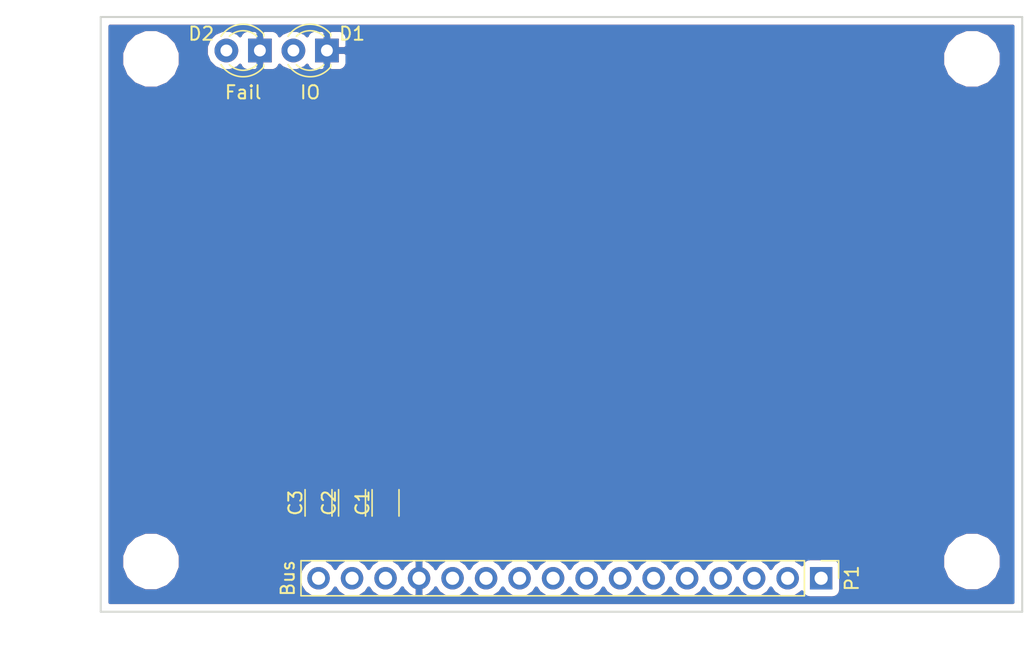
<source format=kicad_pcb>
(kicad_pcb (version 4) (host pcbnew 4.0.7)

  (general
    (links 8)
    (no_connects 3)
    (area 67.234999 33.579999 137.235001 78.815001)
    (thickness 1.6)
    (drawings 10)
    (tracks 0)
    (zones 0)
    (modules 10)
    (nets 5)
  )

  (page A4)
  (layers
    (0 F.Cu signal)
    (31 B.Cu signal)
    (32 B.Adhes user)
    (33 F.Adhes user)
    (34 B.Paste user)
    (35 F.Paste user)
    (36 B.SilkS user)
    (37 F.SilkS user)
    (38 B.Mask user)
    (39 F.Mask user)
    (40 Dwgs.User user)
    (41 Cmts.User user)
    (42 Eco1.User user)
    (43 Eco2.User user)
    (44 Edge.Cuts user)
    (45 Margin user)
    (46 B.CrtYd user)
    (47 F.CrtYd user)
    (48 B.Fab user)
    (49 F.Fab user)
  )

  (setup
    (last_trace_width 0.25)
    (user_trace_width 0.3)
    (user_trace_width 0.5)
    (user_trace_width 0.8)
    (user_trace_width 1)
    (trace_clearance 0.2)
    (zone_clearance 0.508)
    (zone_45_only no)
    (trace_min 0.2)
    (segment_width 0.2)
    (edge_width 0.15)
    (via_size 0.6)
    (via_drill 0.4)
    (via_min_size 0.4)
    (via_min_drill 0.3)
    (user_via 2 0.8)
    (uvia_size 0.3)
    (uvia_drill 0.1)
    (uvias_allowed no)
    (uvia_min_size 0.2)
    (uvia_min_drill 0.1)
    (pcb_text_width 0.3)
    (pcb_text_size 1.5 1.5)
    (mod_edge_width 0.15)
    (mod_text_size 1 1)
    (mod_text_width 0.15)
    (pad_size 1.524 1.524)
    (pad_drill 0.762)
    (pad_to_mask_clearance 0.2)
    (aux_axis_origin 0 0)
    (visible_elements 7FFFFFFF)
    (pcbplotparams
      (layerselection 0x00030_80000001)
      (usegerberextensions false)
      (excludeedgelayer true)
      (linewidth 0.100000)
      (plotframeref false)
      (viasonmask false)
      (mode 1)
      (useauxorigin false)
      (hpglpennumber 1)
      (hpglpenspeed 20)
      (hpglpendiameter 15)
      (hpglpenoverlay 2)
      (psnegative false)
      (psa4output false)
      (plotreference true)
      (plotvalue true)
      (plotinvisibletext false)
      (padsonsilk false)
      (subtractmaskfromsilk false)
      (outputformat 1)
      (mirror false)
      (drillshape 1)
      (scaleselection 1)
      (outputdirectory ""))
  )

  (net 0 "")
  (net 1 GND)
  (net 2 +5V)
  (net 3 +3V3)
  (net 4 +24V)

  (net_class Default "Это класс цепей по умолчанию."
    (clearance 0.2)
    (trace_width 0.25)
    (via_dia 0.6)
    (via_drill 0.4)
    (uvia_dia 0.3)
    (uvia_drill 0.1)
    (add_net +24V)
    (add_net +3V3)
    (add_net +5V)
    (add_net GND)
  )

  (module Mounting_Holes:MountingHole_3.2mm_M3 (layer F.Cu) (tedit 5AD20D28) (tstamp 5AD20E29)
    (at 133.35 36.83)
    (descr "Mounting Hole 3.2mm, no annular, M3")
    (tags "mounting hole 3.2mm no annular m3")
    (attr virtual)
    (fp_text reference "" (at 0 -4.2) (layer F.SilkS)
      (effects (font (size 1 1) (thickness 0.15)))
    )
    (fp_text value "" (at 0 4.2) (layer F.Fab)
      (effects (font (size 1 1) (thickness 0.15)))
    )
    (fp_text user %R (at 0.3 0) (layer F.Fab)
      (effects (font (size 1 1) (thickness 0.15)))
    )
    (fp_circle (center 0 0) (end 3.2 0) (layer Cmts.User) (width 0.15))
    (fp_circle (center 0 0) (end 3.45 0) (layer F.CrtYd) (width 0.05))
    (pad 1 np_thru_hole circle (at 0 0) (size 3.2 3.2) (drill 3.2) (layers *.Cu *.Mask))
  )

  (module Mounting_Holes:MountingHole_3.2mm_M3 (layer F.Cu) (tedit 5AD20D28) (tstamp 5AD20E21)
    (at 71.12 36.83)
    (descr "Mounting Hole 3.2mm, no annular, M3")
    (tags "mounting hole 3.2mm no annular m3")
    (attr virtual)
    (fp_text reference "" (at 0 -4.2) (layer F.SilkS)
      (effects (font (size 1 1) (thickness 0.15)))
    )
    (fp_text value "" (at 0 4.2) (layer F.Fab)
      (effects (font (size 1 1) (thickness 0.15)))
    )
    (fp_text user %R (at 0.3 0) (layer F.Fab)
      (effects (font (size 1 1) (thickness 0.15)))
    )
    (fp_circle (center 0 0) (end 3.2 0) (layer Cmts.User) (width 0.15))
    (fp_circle (center 0 0) (end 3.45 0) (layer F.CrtYd) (width 0.05))
    (pad 1 np_thru_hole circle (at 0 0) (size 3.2 3.2) (drill 3.2) (layers *.Cu *.Mask))
  )

  (module Mounting_Holes:MountingHole_3.2mm_M3 (layer F.Cu) (tedit 5AD20D28) (tstamp 5AD20E1A)
    (at 133.35 74.93)
    (descr "Mounting Hole 3.2mm, no annular, M3")
    (tags "mounting hole 3.2mm no annular m3")
    (attr virtual)
    (fp_text reference "" (at 0 -4.2) (layer F.SilkS)
      (effects (font (size 1 1) (thickness 0.15)))
    )
    (fp_text value "" (at 0 4.2) (layer F.Fab)
      (effects (font (size 1 1) (thickness 0.15)))
    )
    (fp_text user %R (at 0.3 0) (layer F.Fab)
      (effects (font (size 1 1) (thickness 0.15)))
    )
    (fp_circle (center 0 0) (end 3.2 0) (layer Cmts.User) (width 0.15))
    (fp_circle (center 0 0) (end 3.45 0) (layer F.CrtYd) (width 0.05))
    (pad 1 np_thru_hole circle (at 0 0) (size 3.2 3.2) (drill 3.2) (layers *.Cu *.Mask))
  )

  (module LEDs:LED_D3.0mm (layer F.Cu) (tedit 5AD1DC26) (tstamp 59F09691)
    (at 79.375 36.195 180)
    (descr "LED, diameter 3.0mm, 2 pins")
    (tags "LED diameter 3.0mm 2 pins")
    (path /58864A03)
    (fp_text reference D2 (at 4.445 1.27 180) (layer F.SilkS)
      (effects (font (size 1 1) (thickness 0.15)))
    )
    (fp_text value Fail (at 1.27 -3.175 180) (layer F.SilkS)
      (effects (font (size 1 1) (thickness 0.15)))
    )
    (fp_arc (start 1.27 0) (end -0.23 -1.16619) (angle 284.3) (layer F.Fab) (width 0.1))
    (fp_arc (start 1.27 0) (end -0.29 -1.235516) (angle 108.8) (layer F.SilkS) (width 0.12))
    (fp_arc (start 1.27 0) (end -0.29 1.235516) (angle -108.8) (layer F.SilkS) (width 0.12))
    (fp_arc (start 1.27 0) (end 0.229039 -1.08) (angle 87.9) (layer F.SilkS) (width 0.12))
    (fp_arc (start 1.27 0) (end 0.229039 1.08) (angle -87.9) (layer F.SilkS) (width 0.12))
    (fp_circle (center 1.27 0) (end 2.77 0) (layer F.Fab) (width 0.1))
    (fp_line (start -0.23 -1.16619) (end -0.23 1.16619) (layer F.Fab) (width 0.1))
    (fp_line (start -0.29 -1.236) (end -0.29 -1.08) (layer F.SilkS) (width 0.12))
    (fp_line (start -0.29 1.08) (end -0.29 1.236) (layer F.SilkS) (width 0.12))
    (fp_line (start -1.15 -2.25) (end -1.15 2.25) (layer F.CrtYd) (width 0.05))
    (fp_line (start -1.15 2.25) (end 3.7 2.25) (layer F.CrtYd) (width 0.05))
    (fp_line (start 3.7 2.25) (end 3.7 -2.25) (layer F.CrtYd) (width 0.05))
    (fp_line (start 3.7 -2.25) (end -1.15 -2.25) (layer F.CrtYd) (width 0.05))
    (pad 1 thru_hole rect (at 0 0 180) (size 1.8 1.8) (drill 0.9) (layers *.Cu *.Mask)
      (net 1 GND))
    (pad 2 thru_hole circle (at 2.54 0 180) (size 1.8 1.8) (drill 0.9) (layers *.Cu *.Mask))
    (model ${KISYS3DMOD}/LEDs.3dshapes/LED_D3.0mm.wrl
      (at (xyz 0 0 0))
      (scale (xyz 0.393701 0.393701 0.393701))
      (rotate (xyz 0 0 0))
    )
  )

  (module LEDs:LED_D3.0mm (layer F.Cu) (tedit 5AD1DC2D) (tstamp 59F0968B)
    (at 84.455 36.195 180)
    (descr "LED, diameter 3.0mm, 2 pins")
    (tags "LED diameter 3.0mm 2 pins")
    (path /58864A02)
    (fp_text reference D1 (at -1.905 1.27 180) (layer F.SilkS)
      (effects (font (size 1 1) (thickness 0.15)))
    )
    (fp_text value IO (at 1.27 -3.175 180) (layer F.SilkS)
      (effects (font (size 1 1) (thickness 0.15)))
    )
    (fp_arc (start 1.27 0) (end -0.23 -1.16619) (angle 284.3) (layer F.Fab) (width 0.1))
    (fp_arc (start 1.27 0) (end -0.29 -1.235516) (angle 108.8) (layer F.SilkS) (width 0.12))
    (fp_arc (start 1.27 0) (end -0.29 1.235516) (angle -108.8) (layer F.SilkS) (width 0.12))
    (fp_arc (start 1.27 0) (end 0.229039 -1.08) (angle 87.9) (layer F.SilkS) (width 0.12))
    (fp_arc (start 1.27 0) (end 0.229039 1.08) (angle -87.9) (layer F.SilkS) (width 0.12))
    (fp_circle (center 1.27 0) (end 2.77 0) (layer F.Fab) (width 0.1))
    (fp_line (start -0.23 -1.16619) (end -0.23 1.16619) (layer F.Fab) (width 0.1))
    (fp_line (start -0.29 -1.236) (end -0.29 -1.08) (layer F.SilkS) (width 0.12))
    (fp_line (start -0.29 1.08) (end -0.29 1.236) (layer F.SilkS) (width 0.12))
    (fp_line (start -1.15 -2.25) (end -1.15 2.25) (layer F.CrtYd) (width 0.05))
    (fp_line (start -1.15 2.25) (end 3.7 2.25) (layer F.CrtYd) (width 0.05))
    (fp_line (start 3.7 2.25) (end 3.7 -2.25) (layer F.CrtYd) (width 0.05))
    (fp_line (start 3.7 -2.25) (end -1.15 -2.25) (layer F.CrtYd) (width 0.05))
    (pad 1 thru_hole rect (at 0 0 180) (size 1.8 1.8) (drill 0.9) (layers *.Cu *.Mask)
      (net 1 GND))
    (pad 2 thru_hole circle (at 2.54 0 180) (size 1.8 1.8) (drill 0.9) (layers *.Cu *.Mask))
    (model ${KISYS3DMOD}/LEDs.3dshapes/LED_D3.0mm.wrl
      (at (xyz 0 0 0))
      (scale (xyz 0.393701 0.393701 0.393701))
      (rotate (xyz 0 0 0))
    )
  )

  (module Pin_Headers:Pin_Header_Straight_1x16_Pitch2.54mm (layer F.Cu) (tedit 5AD20D5C) (tstamp 59F096C5)
    (at 121.92 76.2 270)
    (descr "Through hole straight pin header, 1x16, 2.54mm pitch, single row")
    (tags "Through hole pin header THT 1x16 2.54mm single row")
    (path /59F0B44B)
    (fp_text reference P1 (at 0 -2.33 270) (layer F.SilkS)
      (effects (font (size 1 1) (thickness 0.15)))
    )
    (fp_text value Bus (at 0 40.43 270) (layer F.SilkS)
      (effects (font (size 1 1) (thickness 0.15)))
    )
    (fp_line (start -0.635 -1.27) (end 1.27 -1.27) (layer F.Fab) (width 0.1))
    (fp_line (start 1.27 -1.27) (end 1.27 39.37) (layer F.Fab) (width 0.1))
    (fp_line (start 1.27 39.37) (end -1.27 39.37) (layer F.Fab) (width 0.1))
    (fp_line (start -1.27 39.37) (end -1.27 -0.635) (layer F.Fab) (width 0.1))
    (fp_line (start -1.27 -0.635) (end -0.635 -1.27) (layer F.Fab) (width 0.1))
    (fp_line (start -1.33 39.43) (end 1.33 39.43) (layer F.SilkS) (width 0.12))
    (fp_line (start -1.33 1.27) (end -1.33 39.43) (layer F.SilkS) (width 0.12))
    (fp_line (start 1.33 1.27) (end 1.33 39.43) (layer F.SilkS) (width 0.12))
    (fp_line (start -1.33 1.27) (end 1.33 1.27) (layer F.SilkS) (width 0.12))
    (fp_line (start -1.33 0) (end -1.33 -1.33) (layer F.SilkS) (width 0.12))
    (fp_line (start -1.33 -1.33) (end 0 -1.33) (layer F.SilkS) (width 0.12))
    (fp_line (start -1.8 -1.8) (end -1.8 39.9) (layer F.CrtYd) (width 0.05))
    (fp_line (start -1.8 39.9) (end 1.8 39.9) (layer F.CrtYd) (width 0.05))
    (fp_line (start 1.8 39.9) (end 1.8 -1.8) (layer F.CrtYd) (width 0.05))
    (fp_line (start 1.8 -1.8) (end -1.8 -1.8) (layer F.CrtYd) (width 0.05))
    (fp_text user %R (at 0 19.05 360) (layer F.Fab)
      (effects (font (size 1 1) (thickness 0.15)))
    )
    (pad 1 thru_hole rect (at 0 0 270) (size 1.7 1.7) (drill 1) (layers *.Cu *.Mask))
    (pad 2 thru_hole oval (at 0 2.54 270) (size 1.7 1.7) (drill 1) (layers *.Cu *.Mask))
    (pad 3 thru_hole oval (at 0 5.08 270) (size 1.7 1.7) (drill 1) (layers *.Cu *.Mask))
    (pad 4 thru_hole oval (at 0 7.62 270) (size 1.7 1.7) (drill 1) (layers *.Cu *.Mask))
    (pad 5 thru_hole oval (at 0 10.16 270) (size 1.7 1.7) (drill 1) (layers *.Cu *.Mask))
    (pad 6 thru_hole oval (at 0 12.7 270) (size 1.7 1.7) (drill 1) (layers *.Cu *.Mask))
    (pad 7 thru_hole oval (at 0 15.24 270) (size 1.7 1.7) (drill 1) (layers *.Cu *.Mask))
    (pad 8 thru_hole oval (at 0 17.78 270) (size 1.7 1.7) (drill 1) (layers *.Cu *.Mask))
    (pad 9 thru_hole oval (at 0 20.32 270) (size 1.7 1.7) (drill 1) (layers *.Cu *.Mask))
    (pad 10 thru_hole oval (at 0 22.86 270) (size 1.7 1.7) (drill 1) (layers *.Cu *.Mask))
    (pad 11 thru_hole oval (at 0 25.4 270) (size 1.7 1.7) (drill 1) (layers *.Cu *.Mask))
    (pad 12 thru_hole oval (at 0 27.94 270) (size 1.7 1.7) (drill 1) (layers *.Cu *.Mask))
    (pad 13 thru_hole oval (at 0 30.48 270) (size 1.7 1.7) (drill 1) (layers *.Cu *.Mask)
      (net 1 GND))
    (pad 14 thru_hole oval (at 0 33.02 270) (size 1.7 1.7) (drill 1) (layers *.Cu *.Mask)
      (net 3 +3V3))
    (pad 15 thru_hole oval (at 0 35.56 270) (size 1.7 1.7) (drill 1) (layers *.Cu *.Mask)
      (net 2 +5V))
    (pad 16 thru_hole oval (at 0 38.1 270) (size 1.7 1.7) (drill 1) (layers *.Cu *.Mask)
      (net 4 +24V))
    (model ${KISYS3DMOD}/Pin_Headers.3dshapes/Pin_Header_Straight_1x16_Pitch2.54mm.wrl
      (at (xyz 0 0 0))
      (scale (xyz 1 1 1))
      (rotate (xyz 0 0 0))
    )
  )

  (module Capacitors_SMD:C_1206_HandSoldering (layer F.Cu) (tedit 58AA84D1) (tstamp 5AD20D86)
    (at 88.9 70.485 90)
    (descr "Capacitor SMD 1206, hand soldering")
    (tags "capacitor 1206")
    (path /5AD20F02)
    (attr smd)
    (fp_text reference C1 (at 0 -1.75 90) (layer F.SilkS)
      (effects (font (size 1 1) (thickness 0.15)))
    )
    (fp_text value 0,1 (at 0 2 90) (layer F.Fab)
      (effects (font (size 1 1) (thickness 0.15)))
    )
    (fp_text user %R (at 0 -1.75 90) (layer F.Fab)
      (effects (font (size 1 1) (thickness 0.15)))
    )
    (fp_line (start -1.6 0.8) (end -1.6 -0.8) (layer F.Fab) (width 0.1))
    (fp_line (start 1.6 0.8) (end -1.6 0.8) (layer F.Fab) (width 0.1))
    (fp_line (start 1.6 -0.8) (end 1.6 0.8) (layer F.Fab) (width 0.1))
    (fp_line (start -1.6 -0.8) (end 1.6 -0.8) (layer F.Fab) (width 0.1))
    (fp_line (start 1 -1.02) (end -1 -1.02) (layer F.SilkS) (width 0.12))
    (fp_line (start -1 1.02) (end 1 1.02) (layer F.SilkS) (width 0.12))
    (fp_line (start -3.25 -1.05) (end 3.25 -1.05) (layer F.CrtYd) (width 0.05))
    (fp_line (start -3.25 -1.05) (end -3.25 1.05) (layer F.CrtYd) (width 0.05))
    (fp_line (start 3.25 1.05) (end 3.25 -1.05) (layer F.CrtYd) (width 0.05))
    (fp_line (start 3.25 1.05) (end -3.25 1.05) (layer F.CrtYd) (width 0.05))
    (pad 1 smd rect (at -2 0 90) (size 2 1.6) (layers F.Cu F.Paste F.Mask)
      (net 3 +3V3))
    (pad 2 smd rect (at 2 0 90) (size 2 1.6) (layers F.Cu F.Paste F.Mask)
      (net 1 GND))
    (model Capacitors_SMD.3dshapes/C_1206.wrl
      (at (xyz 0 0 0))
      (scale (xyz 1 1 1))
      (rotate (xyz 0 0 0))
    )
  )

  (module Capacitors_SMD:C_1206_HandSoldering (layer F.Cu) (tedit 58AA84D1) (tstamp 5AD20D97)
    (at 86.36 70.485 90)
    (descr "Capacitor SMD 1206, hand soldering")
    (tags "capacitor 1206")
    (path /5AD20FD4)
    (attr smd)
    (fp_text reference C2 (at 0 -1.75 90) (layer F.SilkS)
      (effects (font (size 1 1) (thickness 0.15)))
    )
    (fp_text value 0,1 (at 0 2 90) (layer F.Fab)
      (effects (font (size 1 1) (thickness 0.15)))
    )
    (fp_text user %R (at 0 -1.75 90) (layer F.Fab)
      (effects (font (size 1 1) (thickness 0.15)))
    )
    (fp_line (start -1.6 0.8) (end -1.6 -0.8) (layer F.Fab) (width 0.1))
    (fp_line (start 1.6 0.8) (end -1.6 0.8) (layer F.Fab) (width 0.1))
    (fp_line (start 1.6 -0.8) (end 1.6 0.8) (layer F.Fab) (width 0.1))
    (fp_line (start -1.6 -0.8) (end 1.6 -0.8) (layer F.Fab) (width 0.1))
    (fp_line (start 1 -1.02) (end -1 -1.02) (layer F.SilkS) (width 0.12))
    (fp_line (start -1 1.02) (end 1 1.02) (layer F.SilkS) (width 0.12))
    (fp_line (start -3.25 -1.05) (end 3.25 -1.05) (layer F.CrtYd) (width 0.05))
    (fp_line (start -3.25 -1.05) (end -3.25 1.05) (layer F.CrtYd) (width 0.05))
    (fp_line (start 3.25 1.05) (end 3.25 -1.05) (layer F.CrtYd) (width 0.05))
    (fp_line (start 3.25 1.05) (end -3.25 1.05) (layer F.CrtYd) (width 0.05))
    (pad 1 smd rect (at -2 0 90) (size 2 1.6) (layers F.Cu F.Paste F.Mask)
      (net 2 +5V))
    (pad 2 smd rect (at 2 0 90) (size 2 1.6) (layers F.Cu F.Paste F.Mask)
      (net 1 GND))
    (model Capacitors_SMD.3dshapes/C_1206.wrl
      (at (xyz 0 0 0))
      (scale (xyz 1 1 1))
      (rotate (xyz 0 0 0))
    )
  )

  (module Capacitors_SMD:C_1206_HandSoldering (layer F.Cu) (tedit 58AA84D1) (tstamp 5AD20DA8)
    (at 83.82 70.485 90)
    (descr "Capacitor SMD 1206, hand soldering")
    (tags "capacitor 1206")
    (path /5AD20FFB)
    (attr smd)
    (fp_text reference C3 (at 0 -1.75 90) (layer F.SilkS)
      (effects (font (size 1 1) (thickness 0.15)))
    )
    (fp_text value 0,1 (at 0 2 90) (layer F.Fab)
      (effects (font (size 1 1) (thickness 0.15)))
    )
    (fp_text user %R (at 0 -1.75 90) (layer F.Fab)
      (effects (font (size 1 1) (thickness 0.15)))
    )
    (fp_line (start -1.6 0.8) (end -1.6 -0.8) (layer F.Fab) (width 0.1))
    (fp_line (start 1.6 0.8) (end -1.6 0.8) (layer F.Fab) (width 0.1))
    (fp_line (start 1.6 -0.8) (end 1.6 0.8) (layer F.Fab) (width 0.1))
    (fp_line (start -1.6 -0.8) (end 1.6 -0.8) (layer F.Fab) (width 0.1))
    (fp_line (start 1 -1.02) (end -1 -1.02) (layer F.SilkS) (width 0.12))
    (fp_line (start -1 1.02) (end 1 1.02) (layer F.SilkS) (width 0.12))
    (fp_line (start -3.25 -1.05) (end 3.25 -1.05) (layer F.CrtYd) (width 0.05))
    (fp_line (start -3.25 -1.05) (end -3.25 1.05) (layer F.CrtYd) (width 0.05))
    (fp_line (start 3.25 1.05) (end 3.25 -1.05) (layer F.CrtYd) (width 0.05))
    (fp_line (start 3.25 1.05) (end -3.25 1.05) (layer F.CrtYd) (width 0.05))
    (pad 1 smd rect (at -2 0 90) (size 2 1.6) (layers F.Cu F.Paste F.Mask)
      (net 4 +24V))
    (pad 2 smd rect (at 2 0 90) (size 2 1.6) (layers F.Cu F.Paste F.Mask)
      (net 1 GND))
    (model Capacitors_SMD.3dshapes/C_1206.wrl
      (at (xyz 0 0 0))
      (scale (xyz 1 1 1))
      (rotate (xyz 0 0 0))
    )
  )

  (module Mounting_Holes:MountingHole_3.2mm_M3 (layer F.Cu) (tedit 5AD20D28) (tstamp 5AD20DF3)
    (at 71.12 74.93)
    (descr "Mounting Hole 3.2mm, no annular, M3")
    (tags "mounting hole 3.2mm no annular m3")
    (attr virtual)
    (fp_text reference "" (at 0 -4.2) (layer F.SilkS)
      (effects (font (size 1 1) (thickness 0.15)))
    )
    (fp_text value "" (at 0 4.2) (layer F.Fab)
      (effects (font (size 1 1) (thickness 0.15)))
    )
    (fp_text user %R (at 0.3 0) (layer F.Fab)
      (effects (font (size 1 1) (thickness 0.15)))
    )
    (fp_circle (center 0 0) (end 3.2 0) (layer Cmts.User) (width 0.15))
    (fp_circle (center 0 0) (end 3.45 0) (layer F.CrtYd) (width 0.05))
    (pad 1 np_thru_hole circle (at 0 0) (size 3.2 3.2) (drill 3.2) (layers *.Cu *.Mask))
  )

  (gr_line (start 67.31 33.655) (end 67.31 78.74) (angle 90) (layer Edge.Cuts) (width 0.15))
  (gr_line (start 137.16 33.655) (end 67.31 33.655) (angle 90) (layer Edge.Cuts) (width 0.15))
  (gr_line (start 137.16 78.74) (end 137.16 33.655) (angle 90) (layer Edge.Cuts) (width 0.15))
  (gr_line (start 67.31 78.74) (end 137.16 78.74) (angle 90) (layer Edge.Cuts) (width 0.15))
  (dimension 69.85 (width 0.3) (layer F.Fab)
    (gr_text "69,850 мм" (at 102.235 79.295) (layer F.Fab)
      (effects (font (size 1.5 1.5) (thickness 0.3)))
    )
    (feature1 (pts (xy 137.16 81.28) (xy 137.16 77.945)))
    (feature2 (pts (xy 67.31 81.28) (xy 67.31 77.945)))
    (crossbar (pts (xy 67.31 80.645) (xy 137.16 80.645)))
    (arrow1a (pts (xy 137.16 80.645) (xy 136.033496 81.231421)))
    (arrow1b (pts (xy 137.16 80.645) (xy 136.033496 80.058579)))
    (arrow2a (pts (xy 67.31 80.645) (xy 68.436504 81.231421)))
    (arrow2b (pts (xy 67.31 80.645) (xy 68.436504 80.058579)))
  )
  (gr_line (start 67.31 33.655) (end 67.31 78.74) (angle 90) (layer Margin) (width 0.2))
  (gr_line (start 137.16 33.655) (end 65.405 33.655) (angle 90) (layer Margin) (width 0.2))
  (gr_line (start 137.16 78.74) (end 137.16 33.655) (angle 90) (layer Margin) (width 0.2))
  (gr_line (start 67.31 78.74) (end 137.16 78.74) (angle 90) (layer Margin) (width 0.2))
  (dimension 45.085 (width 0.3) (layer F.Fab)
    (gr_text "45,085 мм" (at 65.96 56.1975 270) (layer F.Fab)
      (effects (font (size 1.5 1.5) (thickness 0.3)))
    )
    (feature1 (pts (xy 69.215 78.74) (xy 64.61 78.74)))
    (feature2 (pts (xy 69.215 33.655) (xy 64.61 33.655)))
    (crossbar (pts (xy 67.31 33.655) (xy 67.31 78.74)))
    (arrow1a (pts (xy 67.31 78.74) (xy 66.723579 77.613496)))
    (arrow1b (pts (xy 67.31 78.74) (xy 67.896421 77.613496)))
    (arrow2a (pts (xy 67.31 33.655) (xy 66.723579 34.781504)))
    (arrow2b (pts (xy 67.31 33.655) (xy 67.896421 34.781504)))
  )

  (zone (net 1) (net_name GND) (layer B.Cu) (tstamp 59F0A2D1) (hatch edge 0.508)
    (connect_pads (clearance 0.508))
    (min_thickness 0.254)
    (fill yes (arc_segments 16) (thermal_gap 0.508) (thermal_bridge_width 0.508))
    (polygon
      (pts
        (xy 137.16 78.74) (xy 67.31 78.74) (xy 67.31 33.655) (xy 137.16 33.655)
      )
    )
    (filled_polygon
      (pts
        (xy 136.45 78.03) (xy 68.02 78.03) (xy 68.02 75.372619) (xy 68.884613 75.372619) (xy 69.224155 76.194372)
        (xy 69.852321 76.823636) (xy 70.673481 77.164611) (xy 71.562619 77.165387) (xy 72.384372 76.825845) (xy 73.013636 76.197679)
        (xy 73.024752 76.170907) (xy 82.335 76.170907) (xy 82.335 76.229093) (xy 82.448039 76.797378) (xy 82.769946 77.279147)
        (xy 83.251715 77.601054) (xy 83.82 77.714093) (xy 84.388285 77.601054) (xy 84.870054 77.279147) (xy 85.09 76.949974)
        (xy 85.309946 77.279147) (xy 85.791715 77.601054) (xy 86.36 77.714093) (xy 86.928285 77.601054) (xy 87.410054 77.279147)
        (xy 87.63 76.949974) (xy 87.849946 77.279147) (xy 88.331715 77.601054) (xy 88.9 77.714093) (xy 89.468285 77.601054)
        (xy 89.950054 77.279147) (xy 90.177702 76.938447) (xy 90.244817 77.081358) (xy 90.673076 77.471645) (xy 91.08311 77.641476)
        (xy 91.313 77.520155) (xy 91.313 76.327) (xy 91.293 76.327) (xy 91.293 76.073) (xy 91.313 76.073)
        (xy 91.313 74.879845) (xy 91.567 74.879845) (xy 91.567 76.073) (xy 91.587 76.073) (xy 91.587 76.327)
        (xy 91.567 76.327) (xy 91.567 77.520155) (xy 91.79689 77.641476) (xy 92.206924 77.471645) (xy 92.635183 77.081358)
        (xy 92.702298 76.938447) (xy 92.929946 77.279147) (xy 93.411715 77.601054) (xy 93.98 77.714093) (xy 94.548285 77.601054)
        (xy 95.030054 77.279147) (xy 95.25 76.949974) (xy 95.469946 77.279147) (xy 95.951715 77.601054) (xy 96.52 77.714093)
        (xy 97.088285 77.601054) (xy 97.570054 77.279147) (xy 97.79 76.949974) (xy 98.009946 77.279147) (xy 98.491715 77.601054)
        (xy 99.06 77.714093) (xy 99.628285 77.601054) (xy 100.110054 77.279147) (xy 100.33 76.949974) (xy 100.549946 77.279147)
        (xy 101.031715 77.601054) (xy 101.6 77.714093) (xy 102.168285 77.601054) (xy 102.650054 77.279147) (xy 102.87 76.949974)
        (xy 103.089946 77.279147) (xy 103.571715 77.601054) (xy 104.14 77.714093) (xy 104.708285 77.601054) (xy 105.190054 77.279147)
        (xy 105.41 76.949974) (xy 105.629946 77.279147) (xy 106.111715 77.601054) (xy 106.68 77.714093) (xy 107.248285 77.601054)
        (xy 107.730054 77.279147) (xy 107.95 76.949974) (xy 108.169946 77.279147) (xy 108.651715 77.601054) (xy 109.22 77.714093)
        (xy 109.788285 77.601054) (xy 110.270054 77.279147) (xy 110.49 76.949974) (xy 110.709946 77.279147) (xy 111.191715 77.601054)
        (xy 111.76 77.714093) (xy 112.328285 77.601054) (xy 112.810054 77.279147) (xy 113.03 76.949974) (xy 113.249946 77.279147)
        (xy 113.731715 77.601054) (xy 114.3 77.714093) (xy 114.868285 77.601054) (xy 115.350054 77.279147) (xy 115.57 76.949974)
        (xy 115.789946 77.279147) (xy 116.271715 77.601054) (xy 116.84 77.714093) (xy 117.408285 77.601054) (xy 117.890054 77.279147)
        (xy 118.11 76.949974) (xy 118.329946 77.279147) (xy 118.811715 77.601054) (xy 119.38 77.714093) (xy 119.948285 77.601054)
        (xy 120.430054 77.279147) (xy 120.45785 77.237548) (xy 120.466838 77.285317) (xy 120.60591 77.501441) (xy 120.81811 77.646431)
        (xy 121.07 77.69744) (xy 122.77 77.69744) (xy 123.005317 77.653162) (xy 123.221441 77.51409) (xy 123.366431 77.30189)
        (xy 123.41744 77.05) (xy 123.41744 75.372619) (xy 131.114613 75.372619) (xy 131.454155 76.194372) (xy 132.082321 76.823636)
        (xy 132.903481 77.164611) (xy 133.792619 77.165387) (xy 134.614372 76.825845) (xy 135.243636 76.197679) (xy 135.584611 75.376519)
        (xy 135.585387 74.487381) (xy 135.245845 73.665628) (xy 134.617679 73.036364) (xy 133.796519 72.695389) (xy 132.907381 72.694613)
        (xy 132.085628 73.034155) (xy 131.456364 73.662321) (xy 131.115389 74.483481) (xy 131.114613 75.372619) (xy 123.41744 75.372619)
        (xy 123.41744 75.35) (xy 123.373162 75.114683) (xy 123.23409 74.898559) (xy 123.02189 74.753569) (xy 122.77 74.70256)
        (xy 121.07 74.70256) (xy 120.834683 74.746838) (xy 120.618559 74.88591) (xy 120.473569 75.09811) (xy 120.459914 75.165541)
        (xy 120.430054 75.120853) (xy 119.948285 74.798946) (xy 119.38 74.685907) (xy 118.811715 74.798946) (xy 118.329946 75.120853)
        (xy 118.11 75.450026) (xy 117.890054 75.120853) (xy 117.408285 74.798946) (xy 116.84 74.685907) (xy 116.271715 74.798946)
        (xy 115.789946 75.120853) (xy 115.57 75.450026) (xy 115.350054 75.120853) (xy 114.868285 74.798946) (xy 114.3 74.685907)
        (xy 113.731715 74.798946) (xy 113.249946 75.120853) (xy 113.03 75.450026) (xy 112.810054 75.120853) (xy 112.328285 74.798946)
        (xy 111.76 74.685907) (xy 111.191715 74.798946) (xy 110.709946 75.120853) (xy 110.49 75.450026) (xy 110.270054 75.120853)
        (xy 109.788285 74.798946) (xy 109.22 74.685907) (xy 108.651715 74.798946) (xy 108.169946 75.120853) (xy 107.95 75.450026)
        (xy 107.730054 75.120853) (xy 107.248285 74.798946) (xy 106.68 74.685907) (xy 106.111715 74.798946) (xy 105.629946 75.120853)
        (xy 105.41 75.450026) (xy 105.190054 75.120853) (xy 104.708285 74.798946) (xy 104.14 74.685907) (xy 103.571715 74.798946)
        (xy 103.089946 75.120853) (xy 102.87 75.450026) (xy 102.650054 75.120853) (xy 102.168285 74.798946) (xy 101.6 74.685907)
        (xy 101.031715 74.798946) (xy 100.549946 75.120853) (xy 100.33 75.450026) (xy 100.110054 75.120853) (xy 99.628285 74.798946)
        (xy 99.06 74.685907) (xy 98.491715 74.798946) (xy 98.009946 75.120853) (xy 97.79 75.450026) (xy 97.570054 75.120853)
        (xy 97.088285 74.798946) (xy 96.52 74.685907) (xy 95.951715 74.798946) (xy 95.469946 75.120853) (xy 95.25 75.450026)
        (xy 95.030054 75.120853) (xy 94.548285 74.798946) (xy 93.98 74.685907) (xy 93.411715 74.798946) (xy 92.929946 75.120853)
        (xy 92.702298 75.461553) (xy 92.635183 75.318642) (xy 92.206924 74.928355) (xy 91.79689 74.758524) (xy 91.567 74.879845)
        (xy 91.313 74.879845) (xy 91.08311 74.758524) (xy 90.673076 74.928355) (xy 90.244817 75.318642) (xy 90.177702 75.461553)
        (xy 89.950054 75.120853) (xy 89.468285 74.798946) (xy 88.9 74.685907) (xy 88.331715 74.798946) (xy 87.849946 75.120853)
        (xy 87.63 75.450026) (xy 87.410054 75.120853) (xy 86.928285 74.798946) (xy 86.36 74.685907) (xy 85.791715 74.798946)
        (xy 85.309946 75.120853) (xy 85.09 75.450026) (xy 84.870054 75.120853) (xy 84.388285 74.798946) (xy 83.82 74.685907)
        (xy 83.251715 74.798946) (xy 82.769946 75.120853) (xy 82.448039 75.602622) (xy 82.335 76.170907) (xy 73.024752 76.170907)
        (xy 73.354611 75.376519) (xy 73.355387 74.487381) (xy 73.015845 73.665628) (xy 72.387679 73.036364) (xy 71.566519 72.695389)
        (xy 70.677381 72.694613) (xy 69.855628 73.034155) (xy 69.226364 73.662321) (xy 68.885389 74.483481) (xy 68.884613 75.372619)
        (xy 68.02 75.372619) (xy 68.02 37.272619) (xy 68.884613 37.272619) (xy 69.224155 38.094372) (xy 69.852321 38.723636)
        (xy 70.673481 39.064611) (xy 71.562619 39.065387) (xy 72.384372 38.725845) (xy 73.013636 38.097679) (xy 73.354611 37.276519)
        (xy 73.355289 36.498991) (xy 75.299735 36.498991) (xy 75.532932 37.063371) (xy 75.964357 37.495551) (xy 76.52833 37.729733)
        (xy 77.138991 37.730265) (xy 77.703371 37.497068) (xy 77.880841 37.319908) (xy 77.936673 37.454699) (xy 78.115302 37.633327)
        (xy 78.348691 37.73) (xy 79.08925 37.73) (xy 79.248 37.57125) (xy 79.248 36.322) (xy 79.228 36.322)
        (xy 79.228 36.068) (xy 79.248 36.068) (xy 79.248 34.81875) (xy 79.502 34.81875) (xy 79.502 36.068)
        (xy 79.522 36.068) (xy 79.522 36.322) (xy 79.502 36.322) (xy 79.502 37.57125) (xy 79.66075 37.73)
        (xy 80.401309 37.73) (xy 80.634698 37.633327) (xy 80.813327 37.454699) (xy 80.869119 37.320006) (xy 81.044357 37.495551)
        (xy 81.60833 37.729733) (xy 82.218991 37.730265) (xy 82.783371 37.497068) (xy 82.960841 37.319908) (xy 83.016673 37.454699)
        (xy 83.195302 37.633327) (xy 83.428691 37.73) (xy 84.16925 37.73) (xy 84.328 37.57125) (xy 84.328 36.322)
        (xy 84.582 36.322) (xy 84.582 37.57125) (xy 84.74075 37.73) (xy 85.481309 37.73) (xy 85.714698 37.633327)
        (xy 85.893327 37.454699) (xy 85.968747 37.272619) (xy 131.114613 37.272619) (xy 131.454155 38.094372) (xy 132.082321 38.723636)
        (xy 132.903481 39.064611) (xy 133.792619 39.065387) (xy 134.614372 38.725845) (xy 135.243636 38.097679) (xy 135.584611 37.276519)
        (xy 135.585387 36.387381) (xy 135.245845 35.565628) (xy 134.617679 34.936364) (xy 133.796519 34.595389) (xy 132.907381 34.594613)
        (xy 132.085628 34.934155) (xy 131.456364 35.562321) (xy 131.115389 36.383481) (xy 131.114613 37.272619) (xy 85.968747 37.272619)
        (xy 85.99 37.22131) (xy 85.99 36.48075) (xy 85.83125 36.322) (xy 84.582 36.322) (xy 84.328 36.322)
        (xy 84.308 36.322) (xy 84.308 36.068) (xy 84.328 36.068) (xy 84.328 34.81875) (xy 84.582 34.81875)
        (xy 84.582 36.068) (xy 85.83125 36.068) (xy 85.99 35.90925) (xy 85.99 35.16869) (xy 85.893327 34.935301)
        (xy 85.714698 34.756673) (xy 85.481309 34.66) (xy 84.74075 34.66) (xy 84.582 34.81875) (xy 84.328 34.81875)
        (xy 84.16925 34.66) (xy 83.428691 34.66) (xy 83.195302 34.756673) (xy 83.016673 34.935301) (xy 82.960881 35.069994)
        (xy 82.785643 34.894449) (xy 82.22167 34.660267) (xy 81.611009 34.659735) (xy 81.046629 34.892932) (xy 80.869159 35.070092)
        (xy 80.813327 34.935301) (xy 80.634698 34.756673) (xy 80.401309 34.66) (xy 79.66075 34.66) (xy 79.502 34.81875)
        (xy 79.248 34.81875) (xy 79.08925 34.66) (xy 78.348691 34.66) (xy 78.115302 34.756673) (xy 77.936673 34.935301)
        (xy 77.880881 35.069994) (xy 77.705643 34.894449) (xy 77.14167 34.660267) (xy 76.531009 34.659735) (xy 75.966629 34.892932)
        (xy 75.534449 35.324357) (xy 75.300267 35.88833) (xy 75.299735 36.498991) (xy 73.355289 36.498991) (xy 73.355387 36.387381)
        (xy 73.015845 35.565628) (xy 72.387679 34.936364) (xy 71.566519 34.595389) (xy 70.677381 34.594613) (xy 69.855628 34.934155)
        (xy 69.226364 35.562321) (xy 68.885389 36.383481) (xy 68.884613 37.272619) (xy 68.02 37.272619) (xy 68.02 34.365)
        (xy 136.45 34.365)
      )
    )
  )
  (zone (net 1) (net_name GND) (layer F.Cu) (tstamp 59F0A2E5) (hatch edge 0.508)
    (connect_pads (clearance 0.508))
    (min_thickness 0.254)
    (fill yes (arc_segments 16) (thermal_gap 0.508) (thermal_bridge_width 0.508))
    (polygon
      (pts
        (xy 137.16 78.74) (xy 67.31 78.74) (xy 67.31 33.655) (xy 137.16 33.655)
      )
    )
    (filled_polygon
      (pts
        (xy 136.45 78.03) (xy 68.02 78.03) (xy 68.02 75.372619) (xy 68.884613 75.372619) (xy 69.224155 76.194372)
        (xy 69.852321 76.823636) (xy 70.673481 77.164611) (xy 71.562619 77.165387) (xy 72.384372 76.825845) (xy 73.013636 76.197679)
        (xy 73.024752 76.170907) (xy 82.335 76.170907) (xy 82.335 76.229093) (xy 82.448039 76.797378) (xy 82.769946 77.279147)
        (xy 83.251715 77.601054) (xy 83.82 77.714093) (xy 84.388285 77.601054) (xy 84.870054 77.279147) (xy 85.09 76.949974)
        (xy 85.309946 77.279147) (xy 85.791715 77.601054) (xy 86.36 77.714093) (xy 86.928285 77.601054) (xy 87.410054 77.279147)
        (xy 87.63 76.949974) (xy 87.849946 77.279147) (xy 88.331715 77.601054) (xy 88.9 77.714093) (xy 89.468285 77.601054)
        (xy 89.950054 77.279147) (xy 90.177702 76.938447) (xy 90.244817 77.081358) (xy 90.673076 77.471645) (xy 91.08311 77.641476)
        (xy 91.313 77.520155) (xy 91.313 76.327) (xy 91.293 76.327) (xy 91.293 76.073) (xy 91.313 76.073)
        (xy 91.313 74.879845) (xy 91.567 74.879845) (xy 91.567 76.073) (xy 91.587 76.073) (xy 91.587 76.327)
        (xy 91.567 76.327) (xy 91.567 77.520155) (xy 91.79689 77.641476) (xy 92.206924 77.471645) (xy 92.635183 77.081358)
        (xy 92.702298 76.938447) (xy 92.929946 77.279147) (xy 93.411715 77.601054) (xy 93.98 77.714093) (xy 94.548285 77.601054)
        (xy 95.030054 77.279147) (xy 95.25 76.949974) (xy 95.469946 77.279147) (xy 95.951715 77.601054) (xy 96.52 77.714093)
        (xy 97.088285 77.601054) (xy 97.570054 77.279147) (xy 97.79 76.949974) (xy 98.009946 77.279147) (xy 98.491715 77.601054)
        (xy 99.06 77.714093) (xy 99.628285 77.601054) (xy 100.110054 77.279147) (xy 100.33 76.949974) (xy 100.549946 77.279147)
        (xy 101.031715 77.601054) (xy 101.6 77.714093) (xy 102.168285 77.601054) (xy 102.650054 77.279147) (xy 102.87 76.949974)
        (xy 103.089946 77.279147) (xy 103.571715 77.601054) (xy 104.14 77.714093) (xy 104.708285 77.601054) (xy 105.190054 77.279147)
        (xy 105.41 76.949974) (xy 105.629946 77.279147) (xy 106.111715 77.601054) (xy 106.68 77.714093) (xy 107.248285 77.601054)
        (xy 107.730054 77.279147) (xy 107.95 76.949974) (xy 108.169946 77.279147) (xy 108.651715 77.601054) (xy 109.22 77.714093)
        (xy 109.788285 77.601054) (xy 110.270054 77.279147) (xy 110.49 76.949974) (xy 110.709946 77.279147) (xy 111.191715 77.601054)
        (xy 111.76 77.714093) (xy 112.328285 77.601054) (xy 112.810054 77.279147) (xy 113.03 76.949974) (xy 113.249946 77.279147)
        (xy 113.731715 77.601054) (xy 114.3 77.714093) (xy 114.868285 77.601054) (xy 115.350054 77.279147) (xy 115.57 76.949974)
        (xy 115.789946 77.279147) (xy 116.271715 77.601054) (xy 116.84 77.714093) (xy 117.408285 77.601054) (xy 117.890054 77.279147)
        (xy 118.11 76.949974) (xy 118.329946 77.279147) (xy 118.811715 77.601054) (xy 119.38 77.714093) (xy 119.948285 77.601054)
        (xy 120.430054 77.279147) (xy 120.45785 77.237548) (xy 120.466838 77.285317) (xy 120.60591 77.501441) (xy 120.81811 77.646431)
        (xy 121.07 77.69744) (xy 122.77 77.69744) (xy 123.005317 77.653162) (xy 123.221441 77.51409) (xy 123.366431 77.30189)
        (xy 123.41744 77.05) (xy 123.41744 75.372619) (xy 131.114613 75.372619) (xy 131.454155 76.194372) (xy 132.082321 76.823636)
        (xy 132.903481 77.164611) (xy 133.792619 77.165387) (xy 134.614372 76.825845) (xy 135.243636 76.197679) (xy 135.584611 75.376519)
        (xy 135.585387 74.487381) (xy 135.245845 73.665628) (xy 134.617679 73.036364) (xy 133.796519 72.695389) (xy 132.907381 72.694613)
        (xy 132.085628 73.034155) (xy 131.456364 73.662321) (xy 131.115389 74.483481) (xy 131.114613 75.372619) (xy 123.41744 75.372619)
        (xy 123.41744 75.35) (xy 123.373162 75.114683) (xy 123.23409 74.898559) (xy 123.02189 74.753569) (xy 122.77 74.70256)
        (xy 121.07 74.70256) (xy 120.834683 74.746838) (xy 120.618559 74.88591) (xy 120.473569 75.09811) (xy 120.459914 75.165541)
        (xy 120.430054 75.120853) (xy 119.948285 74.798946) (xy 119.38 74.685907) (xy 118.811715 74.798946) (xy 118.329946 75.120853)
        (xy 118.11 75.450026) (xy 117.890054 75.120853) (xy 117.408285 74.798946) (xy 116.84 74.685907) (xy 116.271715 74.798946)
        (xy 115.789946 75.120853) (xy 115.57 75.450026) (xy 115.350054 75.120853) (xy 114.868285 74.798946) (xy 114.3 74.685907)
        (xy 113.731715 74.798946) (xy 113.249946 75.120853) (xy 113.03 75.450026) (xy 112.810054 75.120853) (xy 112.328285 74.798946)
        (xy 111.76 74.685907) (xy 111.191715 74.798946) (xy 110.709946 75.120853) (xy 110.49 75.450026) (xy 110.270054 75.120853)
        (xy 109.788285 74.798946) (xy 109.22 74.685907) (xy 108.651715 74.798946) (xy 108.169946 75.120853) (xy 107.95 75.450026)
        (xy 107.730054 75.120853) (xy 107.248285 74.798946) (xy 106.68 74.685907) (xy 106.111715 74.798946) (xy 105.629946 75.120853)
        (xy 105.41 75.450026) (xy 105.190054 75.120853) (xy 104.708285 74.798946) (xy 104.14 74.685907) (xy 103.571715 74.798946)
        (xy 103.089946 75.120853) (xy 102.87 75.450026) (xy 102.650054 75.120853) (xy 102.168285 74.798946) (xy 101.6 74.685907)
        (xy 101.031715 74.798946) (xy 100.549946 75.120853) (xy 100.33 75.450026) (xy 100.110054 75.120853) (xy 99.628285 74.798946)
        (xy 99.06 74.685907) (xy 98.491715 74.798946) (xy 98.009946 75.120853) (xy 97.79 75.450026) (xy 97.570054 75.120853)
        (xy 97.088285 74.798946) (xy 96.52 74.685907) (xy 95.951715 74.798946) (xy 95.469946 75.120853) (xy 95.25 75.450026)
        (xy 95.030054 75.120853) (xy 94.548285 74.798946) (xy 93.98 74.685907) (xy 93.411715 74.798946) (xy 92.929946 75.120853)
        (xy 92.702298 75.461553) (xy 92.635183 75.318642) (xy 92.206924 74.928355) (xy 91.79689 74.758524) (xy 91.567 74.879845)
        (xy 91.313 74.879845) (xy 91.08311 74.758524) (xy 90.673076 74.928355) (xy 90.244817 75.318642) (xy 90.177702 75.461553)
        (xy 89.950054 75.120853) (xy 89.468285 74.798946) (xy 88.9 74.685907) (xy 88.331715 74.798946) (xy 87.849946 75.120853)
        (xy 87.63 75.450026) (xy 87.410054 75.120853) (xy 86.928285 74.798946) (xy 86.36 74.685907) (xy 85.791715 74.798946)
        (xy 85.309946 75.120853) (xy 85.09 75.450026) (xy 84.870054 75.120853) (xy 84.388285 74.798946) (xy 83.82 74.685907)
        (xy 83.251715 74.798946) (xy 82.769946 75.120853) (xy 82.448039 75.602622) (xy 82.335 76.170907) (xy 73.024752 76.170907)
        (xy 73.354611 75.376519) (xy 73.355387 74.487381) (xy 73.015845 73.665628) (xy 72.387679 73.036364) (xy 71.566519 72.695389)
        (xy 70.677381 72.694613) (xy 69.855628 73.034155) (xy 69.226364 73.662321) (xy 68.885389 74.483481) (xy 68.884613 75.372619)
        (xy 68.02 75.372619) (xy 68.02 71.485) (xy 82.37256 71.485) (xy 82.37256 73.485) (xy 82.416838 73.720317)
        (xy 82.55591 73.936441) (xy 82.76811 74.081431) (xy 83.02 74.13244) (xy 84.62 74.13244) (xy 84.855317 74.088162)
        (xy 85.071441 73.94909) (xy 85.088234 73.924512) (xy 85.09591 73.936441) (xy 85.30811 74.081431) (xy 85.56 74.13244)
        (xy 87.16 74.13244) (xy 87.395317 74.088162) (xy 87.611441 73.94909) (xy 87.628234 73.924512) (xy 87.63591 73.936441)
        (xy 87.84811 74.081431) (xy 88.1 74.13244) (xy 89.7 74.13244) (xy 89.935317 74.088162) (xy 90.151441 73.94909)
        (xy 90.296431 73.73689) (xy 90.34744 73.485) (xy 90.34744 71.485) (xy 90.303162 71.249683) (xy 90.16409 71.033559)
        (xy 89.95189 70.888569) (xy 89.7 70.83756) (xy 88.1 70.83756) (xy 87.864683 70.881838) (xy 87.648559 71.02091)
        (xy 87.631766 71.045488) (xy 87.62409 71.033559) (xy 87.41189 70.888569) (xy 87.16 70.83756) (xy 85.56 70.83756)
        (xy 85.324683 70.881838) (xy 85.108559 71.02091) (xy 85.091766 71.045488) (xy 85.08409 71.033559) (xy 84.87189 70.888569)
        (xy 84.62 70.83756) (xy 83.02 70.83756) (xy 82.784683 70.881838) (xy 82.568559 71.02091) (xy 82.423569 71.23311)
        (xy 82.37256 71.485) (xy 68.02 71.485) (xy 68.02 68.77075) (xy 82.385 68.77075) (xy 82.385 69.611309)
        (xy 82.481673 69.844698) (xy 82.660301 70.023327) (xy 82.89369 70.12) (xy 83.53425 70.12) (xy 83.693 69.96125)
        (xy 83.693 68.612) (xy 83.947 68.612) (xy 83.947 69.96125) (xy 84.10575 70.12) (xy 84.74631 70.12)
        (xy 84.979699 70.023327) (xy 85.09 69.913025) (xy 85.200301 70.023327) (xy 85.43369 70.12) (xy 86.07425 70.12)
        (xy 86.233 69.96125) (xy 86.233 68.612) (xy 86.487 68.612) (xy 86.487 69.96125) (xy 86.64575 70.12)
        (xy 87.28631 70.12) (xy 87.519699 70.023327) (xy 87.63 69.913025) (xy 87.740301 70.023327) (xy 87.97369 70.12)
        (xy 88.61425 70.12) (xy 88.773 69.96125) (xy 88.773 68.612) (xy 89.027 68.612) (xy 89.027 69.96125)
        (xy 89.18575 70.12) (xy 89.82631 70.12) (xy 90.059699 70.023327) (xy 90.238327 69.844698) (xy 90.335 69.611309)
        (xy 90.335 68.77075) (xy 90.17625 68.612) (xy 89.027 68.612) (xy 88.773 68.612) (xy 86.487 68.612)
        (xy 86.233 68.612) (xy 83.947 68.612) (xy 83.693 68.612) (xy 82.54375 68.612) (xy 82.385 68.77075)
        (xy 68.02 68.77075) (xy 68.02 67.358691) (xy 82.385 67.358691) (xy 82.385 68.19925) (xy 82.54375 68.358)
        (xy 83.693 68.358) (xy 83.693 67.00875) (xy 83.947 67.00875) (xy 83.947 68.358) (xy 86.233 68.358)
        (xy 86.233 67.00875) (xy 86.487 67.00875) (xy 86.487 68.358) (xy 88.773 68.358) (xy 88.773 67.00875)
        (xy 89.027 67.00875) (xy 89.027 68.358) (xy 90.17625 68.358) (xy 90.335 68.19925) (xy 90.335 67.358691)
        (xy 90.238327 67.125302) (xy 90.059699 66.946673) (xy 89.82631 66.85) (xy 89.18575 66.85) (xy 89.027 67.00875)
        (xy 88.773 67.00875) (xy 88.61425 66.85) (xy 87.97369 66.85) (xy 87.740301 66.946673) (xy 87.63 67.056975)
        (xy 87.519699 66.946673) (xy 87.28631 66.85) (xy 86.64575 66.85) (xy 86.487 67.00875) (xy 86.233 67.00875)
        (xy 86.07425 66.85) (xy 85.43369 66.85) (xy 85.200301 66.946673) (xy 85.09 67.056975) (xy 84.979699 66.946673)
        (xy 84.74631 66.85) (xy 84.10575 66.85) (xy 83.947 67.00875) (xy 83.693 67.00875) (xy 83.53425 66.85)
        (xy 82.89369 66.85) (xy 82.660301 66.946673) (xy 82.481673 67.125302) (xy 82.385 67.358691) (xy 68.02 67.358691)
        (xy 68.02 37.272619) (xy 68.884613 37.272619) (xy 69.224155 38.094372) (xy 69.852321 38.723636) (xy 70.673481 39.064611)
        (xy 71.562619 39.065387) (xy 72.384372 38.725845) (xy 73.013636 38.097679) (xy 73.354611 37.276519) (xy 73.355289 36.498991)
        (xy 75.299735 36.498991) (xy 75.532932 37.063371) (xy 75.964357 37.495551) (xy 76.52833 37.729733) (xy 77.138991 37.730265)
        (xy 77.703371 37.497068) (xy 77.880841 37.319908) (xy 77.936673 37.454699) (xy 78.115302 37.633327) (xy 78.348691 37.73)
        (xy 79.08925 37.73) (xy 79.248 37.57125) (xy 79.248 36.322) (xy 79.228 36.322) (xy 79.228 36.068)
        (xy 79.248 36.068) (xy 79.248 34.81875) (xy 79.502 34.81875) (xy 79.502 36.068) (xy 79.522 36.068)
        (xy 79.522 36.322) (xy 79.502 36.322) (xy 79.502 37.57125) (xy 79.66075 37.73) (xy 80.401309 37.73)
        (xy 80.634698 37.633327) (xy 80.813327 37.454699) (xy 80.869119 37.320006) (xy 81.044357 37.495551) (xy 81.60833 37.729733)
        (xy 82.218991 37.730265) (xy 82.783371 37.497068) (xy 82.960841 37.319908) (xy 83.016673 37.454699) (xy 83.195302 37.633327)
        (xy 83.428691 37.73) (xy 84.16925 37.73) (xy 84.328 37.57125) (xy 84.328 36.322) (xy 84.582 36.322)
        (xy 84.582 37.57125) (xy 84.74075 37.73) (xy 85.481309 37.73) (xy 85.714698 37.633327) (xy 85.893327 37.454699)
        (xy 85.968747 37.272619) (xy 131.114613 37.272619) (xy 131.454155 38.094372) (xy 132.082321 38.723636) (xy 132.903481 39.064611)
        (xy 133.792619 39.065387) (xy 134.614372 38.725845) (xy 135.243636 38.097679) (xy 135.584611 37.276519) (xy 135.585387 36.387381)
        (xy 135.245845 35.565628) (xy 134.617679 34.936364) (xy 133.796519 34.595389) (xy 132.907381 34.594613) (xy 132.085628 34.934155)
        (xy 131.456364 35.562321) (xy 131.115389 36.383481) (xy 131.114613 37.272619) (xy 85.968747 37.272619) (xy 85.99 37.22131)
        (xy 85.99 36.48075) (xy 85.83125 36.322) (xy 84.582 36.322) (xy 84.328 36.322) (xy 84.308 36.322)
        (xy 84.308 36.068) (xy 84.328 36.068) (xy 84.328 34.81875) (xy 84.582 34.81875) (xy 84.582 36.068)
        (xy 85.83125 36.068) (xy 85.99 35.90925) (xy 85.99 35.16869) (xy 85.893327 34.935301) (xy 85.714698 34.756673)
        (xy 85.481309 34.66) (xy 84.74075 34.66) (xy 84.582 34.81875) (xy 84.328 34.81875) (xy 84.16925 34.66)
        (xy 83.428691 34.66) (xy 83.195302 34.756673) (xy 83.016673 34.935301) (xy 82.960881 35.069994) (xy 82.785643 34.894449)
        (xy 82.22167 34.660267) (xy 81.611009 34.659735) (xy 81.046629 34.892932) (xy 80.869159 35.070092) (xy 80.813327 34.935301)
        (xy 80.634698 34.756673) (xy 80.401309 34.66) (xy 79.66075 34.66) (xy 79.502 34.81875) (xy 79.248 34.81875)
        (xy 79.08925 34.66) (xy 78.348691 34.66) (xy 78.115302 34.756673) (xy 77.936673 34.935301) (xy 77.880881 35.069994)
        (xy 77.705643 34.894449) (xy 77.14167 34.660267) (xy 76.531009 34.659735) (xy 75.966629 34.892932) (xy 75.534449 35.324357)
        (xy 75.300267 35.88833) (xy 75.299735 36.498991) (xy 73.355289 36.498991) (xy 73.355387 36.387381) (xy 73.015845 35.565628)
        (xy 72.387679 34.936364) (xy 71.566519 34.595389) (xy 70.677381 34.594613) (xy 69.855628 34.934155) (xy 69.226364 35.562321)
        (xy 68.885389 36.383481) (xy 68.884613 37.272619) (xy 68.02 37.272619) (xy 68.02 34.365) (xy 136.45 34.365)
      )
    )
  )
)

</source>
